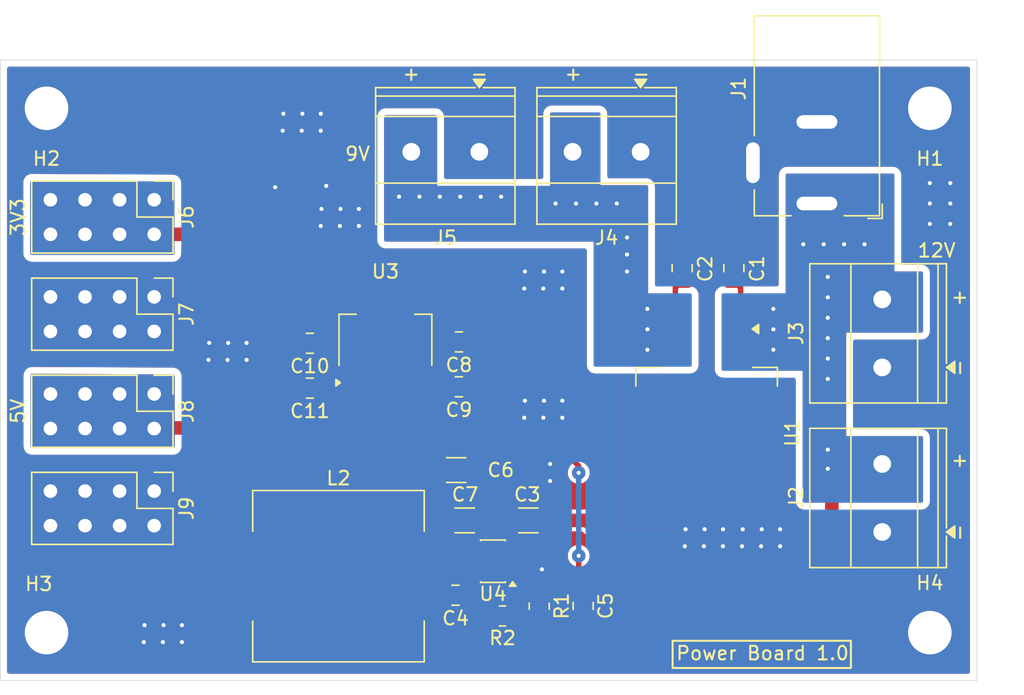
<source format=kicad_pcb>
(kicad_pcb (version 20241229) (generator "pcbnew") (generator_version "9.0")
  (title_block (title "Power_Board") (date "2025-11-24") (rev "1.0") (company "PKl"))
  (layers (0 "F.Cu" signal) (2 "B.Cu" signal) (13 "F.Paste" user) (15 "B.Paste" user) (5 "F.SilkS" user "F.Silkscreen") (7 "B.SilkS" user "B.Silkscreen") (1 "F.Mask" user) (3 "B.Mask" user) (25 "Edge.Cuts" user))
  (net 0 "")
  (net 1 "GND")
  (net 2 "12V")
  (net 3 "9V")
  (net 4 "5V")
  (net 5 "3V3")
  (net 6 "Net-(U4-BST)")
  (net 7 "Net-(U4-SW)")
  (net 8 "Net-(U4-FB)")
  (net 9 "Net-(C6-Pad2)")
  (footprint "Connector_PinHeader_2.54mm:PinHeader_2x04_P2.54mm_Vertical" (layer "F.Cu") (at 133.01 78.725 -90)
    (property "Reference" "J6" (at 1.27 -2.38 90) (layer "F.SilkS"))
    (property "Value" "3V3")
    (fp_line (start -1.38 9) (end 3.92 9) (stroke (width 0.12)) (layer "F.SilkS"))
    (fp_line (start -1.38 1.27) (end -1.38 9) (stroke (width 0.12)) (layer "F.SilkS"))
    (fp_line (start -1.38 1.27) (end 1.27 1.27) (stroke (width 0.12)) (layer "F.SilkS"))
    (fp_line (start 1.27 1.27) (end 1.27 -1.38) (stroke (width 0.12)) (layer "F.SilkS"))
    (fp_line (start -1.38 0) (end -1.38 -1.38) (stroke (width 0.12)) (layer "F.SilkS"))
    (fp_line (start -1.38 -1.38) (end 0 -1.38) (stroke (width 0.12)) (layer "F.SilkS"))
    (fp_line (start 1.27 -1.38) (end 3.92 -1.38) (stroke (width 0.12)) (layer "F.SilkS"))
    (fp_line (start 3.92 -1.38) (end 3.92 9) (stroke (width 0.12)) (layer "F.SilkS"))
    (pad "1" thru_hole rect (at 0 0 270) (size 1.7 1.7) (drill 1) (layers "*.Cu" "*.Mask") (net 5 "3V3"))
    (pad "2" thru_hole circle (at 2.54 0 270) (size 1.7 1.7) (drill 1) (layers "*.Cu" "*.Mask") (net 5 "3V3"))
    (pad "3" thru_hole circle (at 0 2.54 270) (size 1.7 1.7) (drill 1) (layers "*.Cu" "*.Mask") (net 5 "3V3"))
    (pad "4" thru_hole circle (at 2.54 2.54 270) (size 1.7 1.7) (drill 1) (layers "*.Cu" "*.Mask") (net 5 "3V3"))
    (pad "5" thru_hole circle (at 0 5.08 270) (size 1.7 1.7) (drill 1) (layers "*.Cu" "*.Mask") (net 5 "3V3"))
    (pad "6" thru_hole circle (at 2.54 5.08 270) (size 1.7 1.7) (drill 1) (layers "*.Cu" "*.Mask") (net 5 "3V3"))
    (pad "7" thru_hole circle (at 0 7.62 270) (size 1.7 1.7) (drill 1) (layers "*.Cu" "*.Mask") (net 5 "3V3"))
    (pad "8" thru_hole circle (at 2.54 7.62 270) (size 1.7 1.7) (drill 1) (layers "*.Cu" "*.Mask") (net 5 "3V3"))
  )
  (footprint "TerminalBlock_Phoenix:TerminalBlock_Phoenix_MKDS-1,5-2_1x02_P5.00mm_Horizontal" (layer "F.Cu") (at 186.5 103.15 90)
    (property "Reference" "J2" (at 2.5 -6.32 90) (layer "F.SilkS"))
    (property "Value" "12V1")
    (fp_line (start 7.62 -5.32) (end 7.62 4.72) (stroke (width 0.12)) (layer "F.SilkS"))
    (fp_line (start -2.62 -5.32) (end 7.62 -5.32) (stroke (width 0.12)) (layer "F.SilkS"))
    (fp_line (start -2.62 -2.3) (end 7.62 -2.3) (stroke (width 0.12)) (layer "F.SilkS"))
    (fp_line (start -2.62 2.6) (end 7.62 2.6) (stroke (width 0.12)) (layer "F.SilkS"))
    (fp_line (start -2.62 4.1) (end 7.62 4.1) (stroke (width 0.12)) (layer "F.SilkS"))
    (fp_line (start 7.62 4.72) (end 0.3 4.72) (stroke (width 0.12)) (layer "F.SilkS"))
    (fp_line (start -0.3 4.72) (end -2.62 4.72) (stroke (width 0.12)) (layer "F.SilkS"))
    (fp_line (start -2.62 4.72) (end -2.62 -5.32) (stroke (width 0.12)) (layer "F.SilkS"))
    (fp_poly (pts (xy 0 4.72) (xy 0.44 5.33) (xy -0.44 5.33)) (stroke (width 0.12)) (fill yes) (layer "F.SilkS"))
    (pad "1" thru_hole roundrect (at 0 0 90) (size 2.6 2.6) (drill 1.3) (layers "*.Cu" "*.Mask") (roundrect_rratio 0.096154) (net 1 "GND"))
    (pad "2" thru_hole circle (at 5 0 90) (size 2.6 2.6) (drill 1.3) (layers "*.Cu" "*.Mask") (net 2 "12V"))
  )
  (footprint "Capacitor_SMD:C_1206_3216Metric" (layer "F.Cu") (at 155.825 102.3)
    (property "Reference" "C7" (at 0.025 -1.9 0) (layer "F.SilkS"))
    (property "Value" "22uF")
    (fp_line (start -0.711252 -0.91) (end 0.711252 -0.91) (stroke (width 0.12)) (layer "F.SilkS"))
    (fp_line (start -0.711252 0.91) (end 0.711252 0.91) (stroke (width 0.12)) (layer "F.SilkS"))
    (pad "1" smd roundrect (at -1.475 0) (size 1.15 1.8) (layers "F.Cu" "F.Mask" "F.Paste") (roundrect_rratio 0.217391) (net 9 "Net-(C6-Pad2)"))
    (pad "2" smd roundrect (at 1.475 0) (size 1.15 1.8) (layers "F.Cu" "F.Mask" "F.Paste") (roundrect_rratio 0.217391) (net 1 "GND"))
  )
  (footprint "MountingHole:MountingHole_3.2mm_M3_DIN965_Pad" (layer "F.Cu") (at 125.1 72)
    (property "Reference" "H2" (at 0 3.7 0) (layer "F.SilkS"))
    (property "Value" "MountingHole_Pad" (hide yes))
    (pad "1" thru_hole circle (at 0 0) (size 5.6 5.6) (drill 3.2) (layers "*.Cu" "*.Mask") (net 1 "GND"))
  )
  (footprint "Capacitor_SMD:C_0805_2012Metric" (layer "F.Cu") (at 155.15 107.8)
    (property "Reference" "C4" (at 0 1.7 0) (layer "F.SilkS"))
    (property "Value" "100nF")
    (fp_line (start -0.261252 -0.735) (end 0.261252 -0.735) (stroke (width 0.12)) (layer "F.SilkS"))
    (fp_line (start -0.261252 0.735) (end 0.261252 0.735) (stroke (width 0.12)) (layer "F.SilkS"))
    (pad "1" smd roundrect (at -0.95 0) (size 1 1.45) (layers "F.Cu" "F.Mask" "F.Paste") (net 7 "Net-(U4-SW)"))
    (pad "2" smd roundrect (at 0.95 0) (size 1 1.45) (layers "F.Cu" "F.Mask" "F.Paste") (net 6 "Net-(U4-BST)"))
  )
  (footprint "Resistor_SMD:R_0805_2012Metric" (layer "F.Cu") (at 158.6 109.325 180)
    (property "Reference" "R2" (at 0 -1.625 0) (layer "F.SilkS"))
    (property "Value" "30kR")
    (fp_line (start -0.227064 0.735) (end 0.227064 0.735) (stroke (width 0.12)) (layer "F.SilkS"))
    (fp_line (start -0.227064 -0.735) (end 0.227064 -0.735) (stroke (width 0.12)) (layer "F.SilkS"))
    (pad "1" smd roundrect (at -0.9125 0 180) (size 1.025 1.4) (layers "F.Cu" "F.Mask" "F.Paste") (roundrect_rratio 0.243902) (net 8 "Net-(U4-FB)"))
    (pad "2" smd roundrect (at 0.9125 0 180) (size 1.025 1.4) (layers "F.Cu" "F.Mask" "F.Paste") (roundrect_rratio 0.243902) (net 1 "GND"))
  )
  (footprint "Package_TO_SOT_SMD:SOT-223-3_TabPin2" (layer "F.Cu") (at 150 89.05 90)
    (property "Reference" "U3" (at 5.05 0 0) (layer "F.SilkS"))
    (property "Value" "AMS1117-3.3")
    (fp_line (start 1.91 -3.41) (end 1.91 -2.15) (stroke (width 0.12)) (layer "F.SilkS"))
    (fp_line (start -1.85 -3.41) (end 1.91 -3.41) (stroke (width 0.12)) (layer "F.SilkS"))
    (fp_line (start 1.91 3.41) (end 1.91 2.15) (stroke (width 0.12)) (layer "F.SilkS"))
    (fp_line (start -1.85 3.41) (end 1.91 3.41) (stroke (width 0.12)) (layer "F.SilkS"))
    (fp_poly (pts (xy -3.13 -3.31) (xy -3.37 -3.64) (xy -2.89 -3.64) (xy -3.13 -3.31)) (stroke (width 0.12)) (fill yes) (layer "F.SilkS"))
    (pad "1" smd roundrect (at -3.15 -2.3 90) (size 2 1.5) (layers "F.Cu" "F.Mask" "F.Paste") (net 1 "GND"))
    (pad "2" smd roundrect (at -3.15 0 90) (size 2 1.5) (layers "F.Cu" "F.Mask" "F.Paste") (net 5 "3V3"))
    (pad "2" smd roundrect (at 3.15 0 90) (size 2 3.8) (layers "F.Cu" "F.Mask" "F.Paste") (net 5 "3V3"))
    (pad "3" smd roundrect (at -3.15 2.3 90) (size 2 1.5) (layers "F.Cu" "F.Mask" "F.Paste") (net 4 "5V"))
  )
  (footprint "Connector_PinHeader_2.54mm:PinHeader_2x04_P2.54mm_Vertical" (layer "F.Cu") (at 133.01 85.865 -90)
    (property "Reference" "J7" (at 1.27 -2.38 90) (layer "F.SilkS"))
    (property "Value" "3V_GND")
    (fp_line (start -1.38 9) (end 3.92 9) (stroke (width 0.12)) (layer "F.SilkS"))
    (fp_line (start -1.38 1.27) (end -1.38 9) (stroke (width 0.12)) (layer "F.SilkS"))
    (fp_line (start -1.38 1.27) (end 1.27 1.27) (stroke (width 0.12)) (layer "F.SilkS"))
    (fp_line (start 1.27 1.27) (end 1.27 -1.38) (stroke (width 0.12)) (layer "F.SilkS"))
    (fp_line (start -1.38 0) (end -1.38 -1.38) (stroke (width 0.12)) (layer "F.SilkS"))
    (fp_line (start -1.38 -1.38) (end 0 -1.38) (stroke (width 0.12)) (layer "F.SilkS"))
    (fp_line (start 1.27 -1.38) (end 3.92 -1.38) (stroke (width 0.12)) (layer "F.SilkS"))
    (fp_line (start 3.92 -1.38) (end 3.92 9) (stroke (width 0.12)) (layer "F.SilkS"))
    (pad "1" thru_hole rect (at 0 0 270) (size 1.7 1.7) (drill 1) (layers "*.Cu" "*.Mask") (net 1 "GND"))
    (pad "2" thru_hole circle (at 2.54 0 270) (size 1.7 1.7) (drill 1) (layers "*.Cu" "*.Mask") (net 1 "GND"))
    (pad "3" thru_hole circle (at 0 2.54 270) (size 1.7 1.7) (drill 1) (layers "*.Cu" "*.Mask") (net 1 "GND"))
    (pad "4" thru_hole circle (at 2.54 2.54 270) (size 1.7 1.7) (drill 1) (layers "*.Cu" "*.Mask") (net 1 "GND"))
    (pad "5" thru_hole circle (at 0 5.08 270) (size 1.7 1.7) (drill 1) (layers "*.Cu" "*.Mask") (net 1 "GND"))
    (pad "6" thru_hole circle (at 2.54 5.08 270) (size 1.7 1.7) (drill 1) (layers "*.Cu" "*.Mask") (net 1 "GND"))
    (pad "7" thru_hole circle (at 0 7.62 270) (size 1.7 1.7) (drill 1) (layers "*.Cu" "*.Mask") (net 1 "GND"))
    (pad "8" thru_hole circle (at 2.54 7.62 270) (size 1.7 1.7) (drill 1) (layers "*.Cu" "*.Mask") (net 1 "GND"))
  )
  (footprint "Inductor_SMD:L_12x12mm_H8mm" (layer "F.Cu") (at 146.55 106.4 180)
    (property "Reference" "L2" (at 0 7.2 0) (layer "F.SilkS"))
    (property "Value" "DE1207-10")
    (fp_line (start 6.3 6.3) (end -6.3 6.3) (stroke (width 0.12)) (layer "F.SilkS"))
    (fp_line (start 6.3 3.3) (end 6.3 6.3) (stroke (width 0.12)) (layer "F.SilkS"))
    (fp_line (start 6.3 -6.3) (end 6.3 -3.3) (stroke (width 0.12)) (layer "F.SilkS"))
    (fp_line (start -6.3 6.3) (end -6.3 3.3) (stroke (width 0.12)) (layer "F.SilkS"))
    (fp_line (start -6.3 -3.3) (end -6.3 -6.3) (stroke (width 0.12)) (layer "F.SilkS"))
    (fp_line (start -6.3 -6.3) (end 6.3 -6.3) (stroke (width 0.12)) (layer "F.SilkS"))
    (pad "1" smd rect (at -4.95 0 180) (size 2.9 5.4) (layers "F.Cu" "F.Mask" "F.Paste") (net 7 "Net-(U4-SW)"))
    (pad "2" smd rect (at 4.95 0 180) (size 2.9 5.4) (layers "F.Cu" "F.Mask" "F.Paste") (net 4 "5V"))
  )
  (footprint "Capacitor_SMD:C_0805_2012Metric" (layer "F.Cu") (at 155.4 92.475)
    (property "Reference" "C9" (at 0 1.7 0) (layer "F.SilkS"))
    (property "Value" "100nF")
    (fp_line (start -0.261252 -0.735) (end 0.261252 -0.735) (stroke (width 0.12)) (layer "F.SilkS"))
    (fp_line (start -0.261252 0.735) (end 0.261252 0.735) (stroke (width 0.12)) (layer "F.SilkS"))
    (pad "1" smd roundrect (at -0.95 0) (size 1 1.45) (layers "F.Cu" "F.Mask" "F.Paste") (net 4 "5V"))
    (pad "2" smd roundrect (at 0.95 0) (size 1 1.45) (layers "F.Cu" "F.Mask" "F.Paste") (net 1 "GND"))
  )
  (footprint "Resistor_SMD:R_0805_2012Metric" (layer "F.Cu") (at 161.3 108.6 -90)
    (property "Reference" "R1" (at 0 -1.65 90) (layer "F.SilkS"))
    (property "Value" "157kR")
    (fp_line (start -0.227064 0.735) (end 0.227064 0.735) (stroke (width 0.12)) (layer "F.SilkS"))
    (fp_line (start -0.227064 -0.735) (end 0.227064 -0.735) (stroke (width 0.12)) (layer "F.SilkS"))
    (pad "1" smd roundrect (at -0.9125 0 270) (size 1.025 1.4) (layers "F.Cu" "F.Mask" "F.Paste") (roundrect_rratio 0.243902) (net 4 "5V"))
    (pad "2" smd roundrect (at 0.9125 0 270) (size 1.025 1.4) (layers "F.Cu" "F.Mask" "F.Paste") (roundrect_rratio 0.243902) (net 8 "Net-(U4-FB)"))
  )
  (footprint "Connector_PinHeader_2.54mm:PinHeader_2x04_P2.54mm_Vertical" (layer "F.Cu") (at 133.01 100.145 -90)
    (property "Reference" "J9" (at 1.27 -2.38 90) (layer "F.SilkS"))
    (property "Value" "5V_GND")
    (fp_line (start -1.38 9) (end 3.92 9) (stroke (width 0.12)) (layer "F.SilkS"))
    (fp_line (start -1.38 1.27) (end -1.38 9) (stroke (width 0.12)) (layer "F.SilkS"))
    (fp_line (start -1.38 1.27) (end 1.27 1.27) (stroke (width 0.12)) (layer "F.SilkS"))
    (fp_line (start 1.27 1.27) (end 1.27 -1.38) (stroke (width 0.12)) (layer "F.SilkS"))
    (fp_line (start -1.38 0) (end -1.38 -1.38) (stroke (width 0.12)) (layer "F.SilkS"))
    (fp_line (start -1.38 -1.38) (end 0 -1.38) (stroke (width 0.12)) (layer "F.SilkS"))
    (fp_line (start 1.27 -1.38) (end 3.92 -1.38) (stroke (width 0.12)) (layer "F.SilkS"))
    (fp_line (start 3.92 -1.38) (end 3.92 9) (stroke (width 0.12)) (layer "F.SilkS"))
    (pad "1" thru_hole rect (at 0 0 270) (size 1.7 1.7) (drill 1) (layers "*.Cu" "*.Mask") (net 1 "GND"))
    (pad "2" thru_hole circle (at 2.54 0 270) (size 1.7 1.7) (drill 1) (layers "*.Cu" "*.Mask") (net 1 "GND"))
    (pad "3" thru_hole circle (at 0 2.54 270) (size 1.7 1.7) (drill 1) (layers "*.Cu" "*.Mask") (net 1 "GND"))
    (pad "4" thru_hole circle (at 2.54 2.54 270) (size 1.7 1.7) (drill 1) (layers "*.Cu" "*.Mask") (net 1 "GND"))
    (pad "5" thru_hole circle (at 0 5.08 270) (size 1.7 1.7) (drill 1) (layers "*.Cu" "*.Mask") (net 1 "GND"))
    (pad "6" thru_hole circle (at 2.54 5.08 270) (size 1.7 1.7) (drill 1) (layers "*.Cu" "*.Mask") (net 1 "GND"))
    (pad "7" thru_hole circle (at 0 7.62 270) (size 1.7 1.7) (drill 1) (layers "*.Cu" "*.Mask") (net 1 "GND"))
    (pad "8" thru_hole circle (at 2.54 7.62 270) (size 1.7 1.7) (drill 1) (layers "*.Cu" "*.Mask") (net 1 "GND"))
  )
  (footprint "Package_TO_SOT_SMD:TO-263-2" (layer "F.Cu") (at 173.6 95.875 -90)
    (property "Reference" "U1" (at 0 -6.3 90) (layer "F.SilkS"))
    (property "Value" "L7809")
    (fp_line (start -4.825 5.2) (end -4.825 3.39) (stroke (width 0.12)) (layer "F.SilkS"))
    (fp_line (start -3.46 5.2) (end -4.825 5.2) (stroke (width 0.12)) (layer "F.SilkS"))
    (fp_line (start -4.825 -5.2) (end -4.825 -3.39) (stroke (width 0.12)) (layer "F.SilkS"))
    (fp_line (start -3.46 -5.2) (end -4.825 -5.2) (stroke (width 0.12)) (layer "F.SilkS"))
    (fp_poly (pts (xy -7.65 -3.35) (xy -7.99 -3.82) (xy -7.31 -3.82)) (stroke (width 0.12)) (fill yes) (layer "F.SilkS"))
    (pad "1" smd roundrect (at -7.65 -2.54 270) (size 4.6 1.1) (layers "F.Cu" "F.Mask" "F.Paste") (roundrect_rratio 0.227273) (net 2 "12V"))
    (pad "2" smd roundrect (at 1.5 0 270) (size 9.4 10.8) (layers "F.Cu" "F.Mask") (roundrect_rratio 0.026596) (net 1 "GND"))
    (pad "3" smd roundrect (at -7.65 2.54 270) (size 4.6 1.1) (layers "F.Cu" "F.Mask" "F.Paste") (roundrect_rratio 0.227273) (net 3 "9V"))
  )
  (footprint "Capacitor_SMD:C_0805_2012Metric" (layer "F.Cu") (at 164.525 108.5875 -90)
    (property "Reference" "C5" (at 0 -1.65 90) (layer "F.SilkS"))
    (property "Value" "100pF")
    (fp_line (start -0.261252 0.735) (end 0.261252 0.735) (stroke (width 0.12)) (layer "F.SilkS"))
    (fp_line (start -0.261252 -0.735) (end 0.261252 -0.735) (stroke (width 0.12)) (layer "F.SilkS"))
    (pad "1" smd roundrect (at -0.95 0 270) (size 1 1.45) (layers "F.Cu" "F.Mask" "F.Paste") (net 4 "5V"))
    (pad "2" smd roundrect (at 0.95 0 270) (size 1 1.45) (layers "F.Cu" "F.Mask" "F.Paste") (net 8 "Net-(U4-FB)"))
  )
  (footprint "Capacitor_SMD:C_0805_2012Metric" (layer "F.Cu") (at 144.45 92.575 180)
    (property "Reference" "C11" (at 0 -1.68 0) (layer "F.SilkS"))
    (property "Value" "100nF")
    (fp_line (start -0.261252 0.735) (end 0.261252 0.735) (stroke (width 0.12)) (layer "F.SilkS"))
    (fp_line (start -0.261252 -0.735) (end 0.261252 -0.735) (stroke (width 0.12)) (layer "F.SilkS"))
    (pad "1" smd roundrect (at -0.95 0 180) (size 1 1.45) (layers "F.Cu" "F.Mask" "F.Paste") (net 5 "3V3"))
    (pad "2" smd roundrect (at 0.95 0 180) (size 1 1.45) (layers "F.Cu" "F.Mask" "F.Paste") (net 1 "GND"))
  )
  (footprint "TerminalBlock_Phoenix:TerminalBlock_Phoenix_MKDS-1,5-2_1x02_P5.00mm_Horizontal" (layer "F.Cu") (at 156.9 75.2 180)
    (property "Reference" "J5" (at 2.5 -6.32 0) (layer "F.SilkS"))
    (property "Value" "9V2")
    (fp_line (start 7.62 4.72) (end 0.3 4.72) (stroke (width 0.12)) (layer "F.SilkS"))
    (fp_line (start 7.62 -5.32) (end 7.62 4.72) (stroke (width 0.12)) (layer "F.SilkS"))
    (fp_line (start -0.3 4.72) (end -2.62 4.72) (stroke (width 0.12)) (layer "F.SilkS"))
    (fp_line (start -2.62 4.72) (end -2.62 -5.32) (stroke (width 0.12)) (layer "F.SilkS"))
    (fp_line (start -2.62 4.1) (end 7.62 4.1) (stroke (width 0.12)) (layer "F.SilkS"))
    (fp_line (start -2.62 2.6) (end 7.62 2.6) (stroke (width 0.12)) (layer "F.SilkS"))
    (fp_line (start -2.62 -2.3) (end 7.62 -2.3) (stroke (width 0.12)) (layer "F.SilkS"))
    (fp_line (start -2.62 -5.32) (end 7.62 -5.32) (stroke (width 0.12)) (layer "F.SilkS"))
    (fp_poly (pts (xy 0 4.72) (xy 0.44 5.33) (xy -0.44 5.33)) (stroke (width 0.12)) (fill yes) (layer "F.SilkS"))
    (pad "1" thru_hole roundrect (at 0 0 180) (size 2.6 2.6) (drill 1.3) (layers "*.Cu" "*.Mask") (roundrect_rratio 0.096154) (net 1 "GND"))
    (pad "2" thru_hole circle (at 5 0 180) (size 2.6 2.6) (drill 1.3) (layers "*.Cu" "*.Mask") (net 3 "9V"))
  )
  (footprint "TerminalBlock_Phoenix:TerminalBlock_Phoenix_MKDS-1,5-2_1x02_P5.00mm_Horizontal" (layer "F.Cu") (at 168.75 75.2 180)
    (property "Reference" "J4" (at 2.5 -6.32 0) (layer "F.SilkS"))
    (property "Value" "9V1")
    (fp_line (start 7.62 4.72) (end 0.3 4.72) (stroke (width 0.12)) (layer "F.SilkS"))
    (fp_line (start 7.62 -5.32) (end 7.62 4.72) (stroke (width 0.12)) (layer "F.SilkS"))
    (fp_line (start -0.3 4.72) (end -2.62 4.72) (stroke (width 0.12)) (layer "F.SilkS"))
    (fp_line (start -2.62 4.72) (end -2.62 -5.32) (stroke (width 0.12)) (layer "F.SilkS"))
    (fp_line (start -2.62 4.1) (end 7.62 4.1) (stroke (width 0.12)) (layer "F.SilkS"))
    (fp_line (start -2.62 2.6) (end 7.62 2.6) (stroke (width 0.12)) (layer "F.SilkS"))
    (fp_line (start -2.62 -2.3) (end 7.62 -2.3) (stroke (width 0.12)) (layer "F.SilkS"))
    (fp_line (start -2.62 -5.32) (end 7.62 -5.32) (stroke (width 0.12)) (layer "F.SilkS"))
    (fp_poly (pts (xy 0 4.72) (xy 0.44 5.33) (xy -0.44 5.33)) (stroke (width 0.12)) (fill yes) (layer "F.SilkS"))
    (pad "1" thru_hole roundrect (at 0 0 180) (size 2.6 2.6) (drill 1.3) (layers "*.Cu" "*.Mask") (roundrect_rratio 0.096154) (net 1 "GND"))
    (pad "2" thru_hole circle (at 5 0 180) (size 2.6 2.6) (drill 1.3) (layers "*.Cu" "*.Mask") (net 3 "9V"))
  )
  (footprint "Capacitor_SMD:C_1206_3216Metric" (layer "F.Cu") (at 155.2 98.6)
    (property "Reference" "C6" (at 3.275 0 0) (layer "F.SilkS"))
    (property "Value" "22uF")
    (fp_line (start -0.711252 -0.91) (end 0.711252 -0.91) (stroke (width 0.12)) (layer "F.SilkS"))
    (fp_line (start -0.711252 0.91) (end 0.711252 0.91) (stroke (width 0.12)) (layer "F.SilkS"))
    (pad "1" smd roundrect (at -1.475 0) (size 1.15 1.8) (layers "F.Cu" "F.Mask" "F.Paste") (roundrect_rratio 0.217391) (net 4 "5V"))
    (pad "2" smd roundrect (at 1.475 0) (size 1.15 1.8) (layers "F.Cu" "F.Mask" "F.Paste") (roundrect_rratio 0.217391) (net 9 "Net-(C6-Pad2)"))
  )
  (footprint "Capacitor_SMD:C_0805_2012Metric" (layer "F.Cu") (at 144.45 89.275 180)
    (property "Reference" "C10" (at 0 -1.68 0) (layer "F.SilkS"))
    (property "Value" "10uF")
    (fp_line (start -0.261252 0.735) (end 0.261252 0.735) (stroke (width 0.12)) (layer "F.SilkS"))
    (fp_line (start -0.261252 -0.735) (end 0.261252 -0.735) (stroke (width 0.12)) (layer "F.SilkS"))
    (pad "1" smd roundrect (at -0.95 0 180) (size 1 1.45) (layers "F.Cu" "F.Mask" "F.Paste") (net 5 "3V3"))
    (pad "2" smd roundrect (at 0.95 0 180) (size 1 1.45) (layers "F.Cu" "F.Mask" "F.Paste") (net 1 "GND"))
  )
  (footprint "MountingHole:MountingHole_3.2mm_M3_DIN965_Pad" (layer "F.Cu") (at 125.1 110.55)
    (property "Reference" "H3" (at -0.57 -3.575 0) (layer "F.SilkS"))
    (property "Value" "MountingHole_Pad")
    (pad "1" thru_hole circle (at 0 0) (size 5.6 5.6) (drill 3.2) (layers "*.Cu" "*.Mask") (net 1 "GND"))
  )
  (footprint "Capacitor_SMD:C_1206_3216Metric" (layer "F.Cu") (at 160.5 102.3 180)
    (property "Reference" "C3" (at 0.075 1.9 0) (layer "F.SilkS"))
    (property "Value" "10uF")
    (fp_line (start -0.711252 0.91) (end 0.711252 0.91) (stroke (width 0.12)) (layer "F.SilkS"))
    (fp_line (start -0.711252 -0.91) (end 0.711252 -0.91) (stroke (width 0.12)) (layer "F.SilkS"))
    (pad "1" smd roundrect (at -1.475 0 180) (size 1.15 1.8) (layers "F.Cu" "F.Mask" "F.Paste") (roundrect_rratio 0.217391) (net 2 "12V"))
    (pad "2" smd roundrect (at 1.475 0 180) (size 1.15 1.8) (layers "F.Cu" "F.Mask" "F.Paste") (roundrect_rratio 0.217391) (net 1 "GND"))
  )
  (footprint "TerminalBlock_Phoenix:TerminalBlock_Phoenix_MKDS-1,5-2_1x02_P5.00mm_Horizontal" (layer "F.Cu") (at 186.5 91.05 90)
    (property "Reference" "J3" (at 2.5 -6.32 90) (layer "F.SilkS"))
    (property "Value" "12V2")
    (fp_line (start 7.62 -5.32) (end 7.62 4.72) (stroke (width 0.12)) (layer "F.SilkS"))
    (fp_line (start -2.62 -5.32) (end 7.62 -5.32) (stroke (width 0.12)) (layer "F.SilkS"))
    (fp_line (start -2.62 -2.3) (end 7.62 -2.3) (stroke (width 0.12)) (layer "F.SilkS"))
    (fp_line (start -2.62 2.6) (end 7.62 2.6) (stroke (width 0.12)) (layer "F.SilkS"))
    (fp_line (start -2.62 4.1) (end 7.62 4.1) (stroke (width 0.12)) (layer "F.SilkS"))
    (fp_line (start 7.62 4.72) (end 0.3 4.72) (stroke (width 0.12)) (layer "F.SilkS"))
    (fp_line (start -0.3 4.72) (end -2.62 4.72) (stroke (width 0.12)) (layer "F.SilkS"))
    (fp_line (start -2.62 4.72) (end -2.62 -5.32) (stroke (width 0.12)) (layer "F.SilkS"))
    (fp_poly (pts (xy 0 4.72) (xy 0.44 5.33) (xy -0.44 5.33)) (stroke (width 0.12)) (fill yes) (layer "F.SilkS"))
    (pad "1" thru_hole roundrect (at 0 0 90) (size 2.6 2.6) (drill 1.3) (layers "*.Cu" "*.Mask") (roundrect_rratio 0.096154) (net 1 "GND"))
    (pad "2" thru_hole circle (at 5 0 90) (size 2.6 2.6) (drill 1.3) (layers "*.Cu" "*.Mask") (net 2 "12V"))
  )
  (footprint "Capacitor_SMD:C_0805_2012Metric" (layer "F.Cu") (at 171.8 83.75 90)
    (property "Reference" "C2" (at -0.05 1.7 90) (layer "F.SilkS"))
    (property "Value" "100nF")
    (fp_line (start -0.261252 -0.735) (end 0.261252 -0.735) (stroke (width 0.12)) (layer "F.SilkS"))
    (fp_line (start -0.261252 0.735) (end 0.261252 0.735) (stroke (width 0.12)) (layer "F.SilkS"))
    (pad "1" smd roundrect (at -0.95 0 90) (size 1 1.45) (layers "F.Cu" "F.Mask" "F.Paste") (net 3 "9V"))
    (pad "2" smd roundrect (at 0.95 0 90) (size 1 1.45) (layers "F.Cu" "F.Mask" "F.Paste") (net 1 "GND"))
  )
  (footprint "Connector_PinHeader_2.54mm:PinHeader_2x04_P2.54mm_Vertical" (layer "F.Cu") (at 133.01 93.005 -90)
    (property "Reference" "J8" (at 1.27 -2.38 90) (layer "F.SilkS"))
    (property "Value" "5V")
    (fp_line (start -1.38 9) (end 3.92 9) (stroke (width 0.12)) (layer "F.SilkS"))
    (fp_line (start -1.38 1.27) (end -1.38 9) (stroke (width 0.12)) (layer "F.SilkS"))
    (fp_line (start -1.38 1.27) (end 1.27 1.27) (stroke (width 0.12)) (layer "F.SilkS"))
    (fp_line (start 1.27 1.27) (end 1.27 -1.38) (stroke (width 0.12)) (layer "F.SilkS"))
    (fp_line (start -1.38 0) (end -1.38 -1.38) (stroke (width 0.12)) (layer "F.SilkS"))
    (fp_line (start -1.38 -1.38) (end 0 -1.38) (stroke (width 0.12)) (layer "F.SilkS"))
    (fp_line (start 1.27 -1.38) (end 3.92 -1.38) (stroke (width 0.12)) (layer "F.SilkS"))
    (fp_line (start 3.92 -1.38) (end 3.92 9) (stroke (width 0.12)) (layer "F.SilkS"))
    (pad "1" thru_hole rect (at 0 0 270) (size 1.7 1.7) (drill 1) (layers "*.Cu" "*.Mask") (net 4 "5V"))
    (pad "2" thru_hole circle (at 2.54 0 270) (size 1.7 1.7) (drill 1) (layers "*.Cu" "*.Mask") (net 4 "5V"))
    (pad "3" thru_hole circle (at 0 2.54 270) (size 1.7 1.7) (drill 1) (layers "*.Cu" "*.Mask") (net 4 "5V"))
    (pad "4" thru_hole circle (at 2.54 2.54 270) (size 1.7 1.7) (drill 1) (layers "*.Cu" "*.Mask") (net 4 "5V"))
    (pad "5" thru_hole circle (at 0 5.08 270) (size 1.7 1.7) (drill 1) (layers "*.Cu" "*.Mask") (net 4 "5V"))
    (pad "6" thru_hole circle (at 2.54 5.08 270) (size 1.7 1.7) (drill 1) (layers "*.Cu" "*.Mask") (net 4 "5V"))
    (pad "7" thru_hole circle (at 0 7.62 270) (size 1.7 1.7) (drill 1) (layers "*.Cu" "*.Mask") (net 4 "5V"))
    (pad "8" thru_hole circle (at 2.54 7.62 270) (size 1.7 1.7) (drill 1) (layers "*.Cu" "*.Mask") (net 4 "5V"))
  )
  (footprint "Package_TO_SOT_SMD:TSOT-23-6" (layer "F.Cu") (at 157.9 105.3 180)
    (property "Reference" "U4" (at 0 -2.4 0) (layer "F.SilkS"))
    (property "Value" "AP63200WU")
    (fp_line (start 0.91 1.56) (end -0.91 1.56) (stroke (width 0.12)) (layer "F.SilkS"))
    (fp_line (start 0.91 1.51) (end 0.91 1.56) (stroke (width 0.12)) (layer "F.SilkS"))
    (fp_line (start 0.91 -1.56) (end 0.91 -1.51) (stroke (width 0.12)) (layer "F.SilkS"))
    (fp_line (start -0.91 1.56) (end -0.91 1.51) (stroke (width 0.12)) (layer "F.SilkS"))
    (fp_line (start -0.91 -1.51) (end -0.91 -1.56) (stroke (width 0.12)) (layer "F.SilkS"))
    (fp_line (start -0.91 -1.56) (end 0.91 -1.56) (stroke (width 0.12)) (layer "F.SilkS"))
    (fp_poly (pts (xy -1.45 -1.51) (xy -1.69 -1.84) (xy -1.21 -1.84)) (stroke (width 0.12)) (fill yes) (layer "F.SilkS"))
    (pad "1" smd roundrect (at -1.1375 -0.95 180) (size 1.325 0.6) (layers "F.Cu" "F.Mask" "F.Paste") (net 8 "Net-(U4-FB)"))
    (pad "2" smd roundrect (at -1.1375 0 180) (size 1.325 0.6) (layers "F.Cu" "F.Mask" "F.Paste") (net 2 "12V"))
    (pad "3" smd roundrect (at -1.1375 0.95 180) (size 1.325 0.6) (layers "F.Cu" "F.Mask" "F.Paste") (net 2 "12V"))
    (pad "4" smd roundrect (at 1.1375 0.95 180) (size 1.325 0.6) (layers "F.Cu" "F.Mask" "F.Paste") (net 1 "GND"))
    (pad "5" smd roundrect (at 1.1375 0 180) (size 1.325 0.6) (layers "F.Cu" "F.Mask" "F.Paste") (net 7 "Net-(U4-SW)"))
    (pad "6" smd roundrect (at 1.1375 -0.95 180) (size 1.325 0.6) (layers "F.Cu" "F.Mask" "F.Paste") (net 6 "Net-(U4-BST)"))
  )
  (footprint "Connector_BarrelJack:BarrelJack_Horizontal" (layer "F.Cu") (at 181.7 79 -90)
    (property "Reference" "J1" (at -8.45 5.75 90) (layer "F.SilkS"))
    (property "Value" "IN")
    (fp_line (start -13.8 4.6) (end -13.8 -4.6) (stroke (width 0.12)) (layer "F.SilkS"))
    (fp_line (start -5 4.6) (end -13.8 4.6) (stroke (width 0.12)) (layer "F.SilkS"))
    (fp_line (start 0.9 4.6) (end -1 4.6) (stroke (width 0.12)) (layer "F.SilkS"))
    (fp_line (start 0.9 1.9) (end 0.9 4.6) (stroke (width 0.12)) (layer "F.SilkS"))
    (fp_line (start 1.1 -3.75) (end 1.1 -4.8) (stroke (width 0.12)) (layer "F.SilkS"))
    (fp_line (start -13.8 -4.6) (end 0.9 -4.6) (stroke (width 0.12)) (layer "F.SilkS"))
    (fp_line (start 0.9 -4.6) (end 0.9 -2) (stroke (width 0.12)) (layer "F.SilkS"))
    (fp_line (start 0.05 -4.8) (end 1.1 -4.8) (stroke (width 0.12)) (layer "F.SilkS"))
    (pad "1" thru_hole rect (at 0 0 270) (size 3.5 3.5) (drill oval 1 3) (layers "*.Cu" "*.Mask") (net 2 "12V"))
    (pad "2" thru_hole roundrect (at -6 0 270) (size 3 3.5) (drill oval 1 3) (layers "*.Cu" "*.Mask") (net 1 "GND"))
    (pad "3" thru_hole roundrect (at -3 4.7 270) (size 3.5 3.5) (drill oval 3 1) (layers "*.Cu" "*.Mask") (net 1 "GND"))
  )
  (footprint "MountingHole:MountingHole_3.2mm_M3_DIN965_Pad" (layer "F.Cu") (at 190 110.55)
    (property "Reference" "H4" (at 0 -3.65 0) (layer "F.SilkS"))
    (property "Value" "MountingHole_Pad")
    (pad "1" thru_hole circle (at 0 0) (size 5.6 5.6) (drill 3.2) (layers "*.Cu" "*.Mask") (net 1 "GND"))
  )
  (footprint "Capacitor_SMD:C_0805_2012Metric" (layer "F.Cu") (at 155.4 89.175)
    (property "Reference" "C8" (at 0 1.7 0) (layer "F.SilkS"))
    (property "Value" "10uF")
    (fp_line (start -0.261252 -0.735) (end 0.261252 -0.735) (stroke (width 0.12)) (layer "F.SilkS"))
    (fp_line (start -0.261252 0.735) (end 0.261252 0.735) (stroke (width 0.12)) (layer "F.SilkS"))
    (pad "1" smd roundrect (at -0.95 0) (size 1 1.45) (layers "F.Cu" "F.Mask" "F.Paste") (net 4 "5V"))
    (pad "2" smd roundrect (at 0.95 0) (size 1 1.45) (layers "F.Cu" "F.Mask" "F.Paste") (net 1 "GND"))
  )
  (footprint "Capacitor_SMD:C_0805_2012Metric" (layer "F.Cu") (at 175.6 83.75 90)
    (property "Reference" "C1" (at -0.05 1.7 90) (layer "F.SilkS"))
    (property "Value" "330nF")
    (fp_line (start -0.261252 -0.735) (end 0.261252 -0.735) (stroke (width 0.12)) (layer "F.SilkS"))
    (fp_line (start -0.261252 0.735) (end 0.261252 0.735) (stroke (width 0.12)) (layer "F.SilkS"))
    (pad "1" smd roundrect (at -0.95 0 90) (size 1 1.45) (layers "F.Cu" "F.Mask" "F.Paste") (net 2 "12V"))
    (pad "2" smd roundrect (at 0.95 0 90) (size 1 1.45) (layers "F.Cu" "F.Mask" "F.Paste") (net 1 "GND"))
  )
  (footprint "MountingHole:MountingHole_3.2mm_M3_DIN965_Pad" (layer "F.Cu") (at 190 72)
    (property "Reference" "H1" (at 0 3.7 0) (layer "F.SilkS"))
    (property "Value" "MountingHole_Pad" (hide yes))
    (pad "1" thru_hole circle (at 0 0) (size 5.6 5.6) (drill 3.2) (layers "*.Cu" "*.Mask") (net 1 "GND"))
  )
  (gr_rect (start 171.1 111.15) (end 184.2 113.15) (stroke (width 0.15)) (fill no) (layer "F.SilkS"))
  (gr_rect (start 121.707152 68.44) (end 193.45 114.075) (stroke (width 0.05)) (fill no) (layer "Edge.Cuts"))
  (gr_text "3V3" (at 123 80 90) (layer "F.SilkS") (effects (font (size 1 1))))
  (gr_text "-" (at 192.3 91.1 270) (layer "F.SilkS") (effects (font (size 1 1))))
  (gr_text "-" (at 168.8 69.6 180) (layer "F.SilkS") (effects (font (size 1 1))))
  (gr_text "+" (at 151.9 69.6 180) (layer "F.SilkS") (effects (font (size 1 1))))
  (gr_text "Power Board 1.0" (at 171.275 112.65 0) (layer "F.SilkS") (effects (font (size 1 1)) (justify left bottom)))
  (gr_text "12V" (at 190.5 82.45 0) (layer "F.SilkS") (effects (font (size 1 1))))
  (gr_text "9V" (at 147.95 75.35 0) (layer "F.SilkS") (effects (font (size 1 1))))
  (gr_text "5V" (at 123.003805 94.270872 90) (layer "F.SilkS") (effects (font (size 1 1))))
  (gr_text "+" (at 192.2 98 180) (layer "F.SilkS") (effects (font (size 1 1))))
  (gr_text "-" (at 192.3 103.2 270) (layer "F.SilkS") (effects (font (size 1 1))))
  (gr_text "-" (at 156.9 69.6 180) (layer "F.SilkS") (effects (font (size 1 1))))
  (gr_text "+" (at 163.8 69.6 180) (layer "F.SilkS") (effects (font (size 1 1))))
  (gr_text "+" (at 192.2 86 180) (layer "F.SilkS") (effects (font (size 1 1))))
  (via (at 160.25 93.5) (size 1) (drill 0.3) (layers "F.Cu" "B.Cu") (net 1))
  (via (at 148.05 80.65) (size 1) (drill 0.3) (layers "F.Cu" "B.Cu") (net 1))
  (via (at 162.1 99.4) (size 1) (drill 0.3) (layers "F.Cu" "B.Cu") (net 1))
  (via (at 163 93.5) (size 1) (drill 0.3) (layers "F.Cu" "B.Cu") (net 1))
  (via (at 191.5 77.5) (size 1) (drill 0.3) (layers "F.Cu" "B.Cu") (net 1))
  (via (at 190 79) (size 1) (drill 0.3) (layers "F.Cu" "B.Cu") (net 1))
  (via (at 176.2 104.2) (size 1) (drill 0.3) (layers "F.Cu" "B.Cu") (net 1))
  (via (at 160.2 94.75) (size 1) (drill 0.3) (layers "F.Cu" "B.Cu") (net 1))
  (via (at 163 84) (size 1) (drill 0.3) (layers "F.Cu" "B.Cu") (net 1))
  (via (at 179 104.2) (size 1) (drill 0.3) (layers "F.Cu" "B.Cu") (net 1))
  (via (at 160.25 84) (size 1) (drill 0.3) (layers "F.Cu" "B.Cu") (net 1))
  (via (at 172.05 102.95) (size 1) (drill 0.3) (layers "F.Cu" "B.Cu") (net 1))
  (via (at 190 80.5) (size 1) (drill 0.3) (layers "F.Cu" "B.Cu") (net 1))
  (via (at 139.8 89.25) (size 1) (drill 0.3) (layers "F.Cu" "B.Cu") (net 1))
  (via (at 174.8 104.2) (size 1) (drill 0.3) (layers "F.Cu" "B.Cu") (net 1))
  (via (at 139.8 90.5) (size 1) (drill 0.3) (layers "F.Cu" "B.Cu") (net 1))
  (via (at 145.25 73.65) (size 1) (drill 0.3) (layers "F.Cu" "B.Cu") (net 1))
  (via (at 145.25 72.4) (size 1) (drill 0.3) (layers "F.Cu" "B.Cu") (net 1))
  (via (at 132.25 111.25) (size 1) (drill 0.3) (layers "F.Cu" "B.Cu") (net 1))
  (via (at 133.65 111.25) (size 1) (drill 0.3) (layers "F.Cu" "B.Cu") (net 1))
  (via (at 135.05 111.25) (size 1) (drill 0.3) (layers "F.Cu" "B.Cu") (net 1))
  (via (at 142.5 72.4) (size 1) (drill 0.3) (layers "F.Cu" "B.Cu") (net 1))
  (via (at 160.2 85.25) (size 1) (drill 0.3) (layers "F.Cu" "B.Cu") (net 1))
  (via (at 163 85.25) (size 1) (drill 0.3) (layers "F.Cu" "B.Cu") (net 1))
  (via (at 162.1 98.15) (size 1) (drill 0.3) (layers "F.Cu" "B.Cu") (net 1))
  (via (at 172 104.2) (size 1) (drill 0.3) (layers "F.Cu" "B.Cu") (net 1))
  (via (at 173.45 102.95) (size 1) (drill 0.3) (layers "F.Cu" "B.Cu") (net 1))
  (via (at 173.4 104.2) (size 1) (drill 0.3) (layers "F.Cu" "B.Cu") (net 1))
  (via (at 146.7 79.4) (size 1) (drill 0.3) (layers "F.Cu" "B.Cu") (net 1))
  (via (at 148.05 79.4) (size 1) (drill 0.3) (layers "F.Cu" "B.Cu") (net 1))
  (via (at 137 90.5) (size 1) (drill 0.3) (layers "F.Cu" "B.Cu") (net 1))
  (via (at 145.3 79.4) (size 1) (drill 0.3) (layers "F.Cu" "B.Cu") (net 1))
  (via (at 137.05 89.25) (size 1) (drill 0.3) (layers "F.Cu" "B.Cu") (net 1))
  (via (at 161.5 105.9) (size 1) (drill 0.3) (layers "F.Cu" "B.Cu") (net 1))
  (via (at 163 94.75) (size 1) (drill 0.3) (layers "F.Cu" "B.Cu") (net 1))
  (via (at 141.9 77.8) (size 1) (drill 0.3) (layers "F.Cu" "B.Cu") (net 1))
  (via (at 145.25 80.65) (size 1) (drill 0.3) (layers "F.Cu" "B.Cu") (net 1))
  (via (at 142.45 73.65) (size 1) (drill 0.3) (layers "F.Cu" "B.Cu") (net 1))
  (via (at 191.5 80.5) (size 1) (drill 0.3) (layers "F.Cu" "B.Cu") (net 1))
  (via (at 161.65 93.5) (size 1) (drill 0.3) (layers "F.Cu" "B.Cu") (net 1))
  (via (at 138.45 89.25) (size 1) (drill 0.3) (layers "F.Cu" "B.Cu") (net 1))
  (via (at 191.5 79) (size 1) (drill 0.3) (layers "F.Cu" "B.Cu") (net 1))
  (via (at 133.7 110) (size 1) (drill 0.3) (layers "F.Cu" "B.Cu") (net 1))
  (via (at 176.25 102.95) (size 1) (drill 0.3) (layers "F.Cu" "B.Cu") (net 1))
  (via (at 161.6 85.25) (size 1) (drill 0.3) (layers "F.Cu" "B.Cu") (net 1))
  (via (at 177.65 102.95) (size 1) (drill 0.3) (layers "F.Cu" "B.Cu") (net 1))
  (via (at 161.65 84) (size 1) (drill 0.3) (layers "F.Cu" "B.Cu") (net 1))
  (via (at 145.65 77.7) (size 1) (drill 0.3) (layers "F.Cu" "B.Cu") (net 1))
  (via (at 138.4 90.5) (size 1) (drill 0.3) (layers "F.Cu" "B.Cu") (net 1))
  (via (at 190 77.5) (size 1) (drill 0.3) (layers "F.Cu" "B.Cu") (net 1))
  (via (at 177.6 104.2) (size 1) (drill 0.3) (layers "F.Cu" "B.Cu") (net 1))
  (via (at 135.05 110) (size 1) (drill 0.3) (layers "F.Cu" "B.Cu") (net 1))
  (via (at 146.65 80.65) (size 1) (drill 0.3) (layers "F.Cu" "B.Cu") (net 1))
  (via (at 179 102.95) (size 1) (drill 0.3) (layers "F.Cu" "B.Cu") (net 1))
  (via (at 132.3 110) (size 1) (drill 0.3) (layers "F.Cu" "B.Cu") (net 1))
  (via (at 161.6 94.75) (size 1) (drill 0.3) (layers "F.Cu" "B.Cu") (net 1))
  (via (at 143.9 72.4) (size 1) (drill 0.3) (layers "F.Cu" "B.Cu") (net 1))
  (via (at 143.85 73.65) (size 1) (drill 0.3) (layers "F.Cu" "B.Cu") (net 1))
  (via (at 174.8 102.95) (size 1) (drill 0.3) (layers "F.Cu" "B.Cu") (net 1))
  (segment (start 185.15 98.15) (end 182.8 100.5) (width 1) (layer "F.Cu") (net 2))
  (segment (start 175.6 84.7) (end 176.1 85.2) (width 0.4) (layer "F.Cu") (net 2))
  (segment (start 186.5 98.15) (end 185.15 98.15) (width 1) (layer "F.Cu") (net 2))
  (segment (start 168.85 106.35) (end 164.8 102.3) (width 1) (layer "F.Cu") (net 2))
  (segment (start 176.1 88.185) (end 176.14 88.225) (width 0.4) (layer "F.Cu") (net 2))
  (segment (start 159.0375 105.3) (end 159.0375 104.35) (width 0.4) (layer "F.Cu") (net 2))
  (segment (start 164.8 102.3) (end 161.975 102.3) (width 1) (layer "F.Cu") (net 2))
  (segment (start 181.75 106.35) (end 168.85 106.35) (width 1) (layer "F.Cu") (net 2))
  (segment (start 176.1 85.2) (end 176.1 88.185) (width 0.4) (layer "F.Cu") (net 2))
  (segment (start 182.8 100.5) (end 182.8 105.3) (width 1) (layer "F.Cu") (net 2))
  (segment (start 182.8 105.3) (end 181.75 106.35) (width 1) (layer "F.Cu") (net 2))
  (via (at 178.5 88.25) (size 1) (drill 0.3) (layers "F.Cu" "B.Cu") (net 2))
  (via (at 182.5 97.1) (size 1) (drill 0.3) (layers "F.Cu" "B.Cu") (net 2))
  (via (at 182.5 90.4) (size 1) (drill 0.3) (layers "F.Cu" "B.Cu") (net 2))
  (via (at 182.5 91.9) (size 1) (drill 0.3) (layers "F.Cu" "B.Cu") (net 2))
  (via (at 178.5 86.75) (size 1) (drill 0.3) (layers "F.Cu" "B.Cu") (net 2))
  (via (at 185.2 82) (size 1) (drill 0.3) (layers "F.Cu" "B.Cu") (net 2))
  (via (at 182.5 87.4) (size 1) (drill 0.3) (layers "F.Cu" "B.Cu") (net 2))
  (via (at 182.5 88.9) (size 1) (drill 0.3) (layers "F.Cu" "B.Cu") (net 2))
  (via (at 182.5 98.5) (size 1) (drill 0.3) (layers "F.Cu" "B.Cu") (net 2))
  (via (at 178.5 89.75) (size 1) (drill 0.3) (layers "F.Cu" "B.Cu") (net 2))
  (via (at 183.7 82) (size 1) (drill 0.3) (layers "F.Cu" "B.Cu") (net 2))
  (via (at 182.5 84.4) (size 1) (drill 0.3) (layers "F.Cu" "B.Cu") (net 2))
  (via (at 182.5 85.9) (size 1) (drill 0.3) (layers "F.Cu" "B.Cu") (net 2))
  (via (at 180.7 82) (size 1) (drill 0.3) (layers "F.Cu" "B.Cu") (net 2))
  (via (at 182.2 82) (size 1) (drill 0.3) (layers "F.Cu" "B.Cu") (net 2))
  (segment (start 171.3 85.2) (end 171.8 84.7) (width 0.4) (layer "F.Cu") (net 3))
  (segment (start 171.06 88.225) (end 171.3 87.985) (width 0.4) (layer "F.Cu") (net 3))
  (segment (start 171.3 87.985) (end 171.3 85.2) (width 0.4) (layer "F.Cu") (net 3))
  (via (at 165.5 79) (size 1) (drill 0.3) (layers "F.Cu" "B.Cu") (net 3))
  (via (at 169.25 89.75) (size 1) (drill 0.3) (layers "F.Cu" "B.Cu") (net 3))
  (via (at 151 78.5) (size 1) (drill 0.3) (layers "F.Cu" "B.Cu") (net 3))
  (via (at 158.5 78.5) (size 1) (drill 0.3) (layers "F.Cu" "B.Cu") (net 3))
  (via (at 167 79) (size 1) (drill 0.3) (layers "F.Cu" "B.Cu") (net 3))
  (via (at 154 78.5) (size 1) (drill 0.3) (layers "F.Cu" "B.Cu") (net 3))
  (via (at 162.5 79) (size 1) (drill 0.3) (layers "F.Cu" "B.Cu") (net 3))
  (via (at 169.25 86.75) (size 1) (drill 0.3) (layers "F.Cu" "B.Cu") (net 3))
  (via (at 152.5 78.5) (size 1) (drill 0.3) (layers "F.Cu" "B.Cu") (net 3))
  (via (at 157 78.5) (size 1) (drill 0.3) (layers "F.Cu" "B.Cu") (net 3))
  (via (at 167.75 84) (size 1) (drill 0.3) (layers "F.Cu" "B.Cu") (net 3))
  (via (at 155.5 78.5) (size 1) (drill 0.3) (layers "F.Cu" "B.Cu") (net 3))
  (via (at 167.75 82.75) (size 1) (drill 0.3) (layers "F.Cu" "B.Cu") (net 3))
  (via (at 164 79) (size 1) (drill 0.3) (layers "F.Cu" "B.Cu") (net 3))
  (via (at 169.25 88.25) (size 1) (drill 0.3) (layers "F.Cu" "B.Cu") (net 3))
  (via (at 167.75 81.5) (size 1) (drill 0.3) (layers "F.Cu" "B.Cu") (net 3))
  (segment (start 152.45 92.35) (end 152.3 92.2) (width 1) (layer "F.Cu") (net 4))
  (segment (start 138 97.5) (end 139 98.5) (width 1) (layer "F.Cu") (net 4))
  (segment (start 163 97.1) (end 164.2 98.3) (width 0.4) (layer "F.Cu") (net 4))
  (segment (start 154.45 89.175) (end 154.45 92.475) (width 0.4) (layer "F.Cu") (net 4))
  (segment (start 141.4 100.9) (end 136 95.5) (width 1) (layer "F.Cu") (net 4))
  (segment (start 139 98.5) (end 151.5 98.5) (width 1) (layer "F.Cu") (net 4))
  (segment (start 164.2 104.9) (end 164.2 107.3125) (width 0.4) (layer "F.Cu") (net 4))
  (segment (start 154.175 92.2) (end 154.45 92.475) (width 0.4) (layer "F.Cu") (net 4))
  (segment (start 164.4875 107.6) (end 162.2 107.6) (width 0.4) (layer "F.Cu") (net 4))
  (segment (start 141.4 105.3) (end 141.4 100.9) (width 1) (layer "F.Cu") (net 4))
  (segment (start 164.2 98.3) (end 164.2 98.8) (width 0.4) (layer "F.Cu") (net 4))
  (segment (start 152.3 92.2) (end 154.175 92.2) (width 0.4) (layer "F.Cu") (net 4))
  (segment (start 154.2 97.1) (end 163 97.1) (width 0.4) (layer "F.Cu") (net 4))
  (segment (start 153.725 98.6) (end 153.725 97.575) (width 0.4) (layer "F.Cu") (net 4))
  (segment (start 140.8 105.9) (end 140.75 105.85) (width 0.4) (layer "F.Cu") (net 4))
  (segment (start 151.5 98.5) (end 152.3 97.7) (width 1) (layer "F.Cu") (net 4))
  (segment (start 136 95.5) (end 133.055 95.5) (width 1) (layer "F.Cu") (net 4))
  (segment (start 153.725 97.575) (end 154.2 97.1) (width 0.4) (layer "F.Cu") (net 4))
  (segment (start 164.525 107.6375) (end 164.4875 107.6) (width 0.4) (layer "F.Cu") (net 4))
  (segment (start 133.09 95.625) (end 133.01 95.545) (width 1) (layer "F.Cu") (net 4))
  (segment (start 140.8 105.9) (end 141.4 105.3) (width 1) (layer "F.Cu") (net 4))
  (segment (start 162.2 107.6) (end 162.15 107.65) (width 0.4) (layer "F.Cu") (net 4))
  (segment (start 152.3 97.7) (end 152.3 92.2) (width 1) (layer "F.Cu") (net 4))
  (segment (start 164.2 107.3125) (end 164.525 107.6375) (width 0.4) (layer "F.Cu") (net 4))
  (via (at 164.2 98.8) (size 1) (drill 0.3) (layers "F.Cu" "B.Cu") (net 4))
  (via (at 164.2 104.9) (size 1) (drill 0.3) (layers "F.Cu" "B.Cu") (net 4))
  (segment (start 164.2 98.8) (end 164.2 104.9) (width 0.4) (layer "B.Cu") (net 4))
  (segment (start 150 85.9) (end 150 92.2) (width 1) (layer "F.Cu") (net 5))
  (segment (start 133.045 81.3) (end 133.01 81.265) (width 1) (layer "F.Cu") (net 5))
  (segment (start 146.625 89.275) (end 150 85.9) (width 0.4) (layer "F.Cu") (net 5))
  (segment (start 145.4 89.275) (end 146.625 89.275) (width 0.4) (layer "F.Cu") (net 5))
  (segment (start 140.665 81.265) (end 133.01 81.265) (width 1) (layer "F.Cu") (net 5))
  (segment (start 145.4 89.275) (end 145.4 92.575) (width 0.4) (layer "F.Cu") (net 5))
  (segment (start 150 85.9) (end 145.3 85.9) (width 1) (layer "F.Cu") (net 5))
  (segment (start 145.3 85.9) (end 140.665 81.265) (width 1) (layer "F.Cu") (net 5))
  (segment (start 156.1 107.8) (end 156.1 106.9125) (width 0.4) (layer "F.Cu") (net 6))
  (segment (start 156.1 106.9125) (end 156.7625 106.25) (width 0.4) (layer "F.Cu") (net 6))
  (segment (start 156.7625 105.3) (end 154.85 105.3) (width 0.6) (layer "F.Cu") (net 7))
  (segment (start 159.5125 109.325) (end 159.5125 106.725) (width 0.4) (layer "F.Cu") (net 8))
  (segment (start 161.1125 109.325) (end 161.3 109.5125) (width 0.4) (layer "F.Cu") (net 8))
  (segment (start 164.525 109.5375) (end 164.4875 109.5) (width 0.4) (layer "F.Cu") (net 8))
  (segment (start 159.5125 106.725) (end 159.0375 106.25) (width 0.4) (layer "F.Cu") (net 8))
  (segment (start 159.5125 109.325) (end 161.1125 109.325) (width 0.4) (layer "F.Cu") (net 8))
  (segment (start 164.4875 109.5) (end 161.3125 109.5) (width 0.4) (layer "F.Cu") (net 8))
  (segment (start 161.3125 109.5) (end 161.3 109.5125) (width 0.4) (layer "F.Cu") (net 8))
  (segment (start 156.675 99.975) (end 156.675 98.6) (width 1) (layer "F.Cu") (net 9))
  (segment (start 154.35 102.3) (end 156.675 99.975) (width 1) (layer "F.Cu") (net 9))
  (zone (net 4) (net_name "5V") (layer "F.Cu") (priority 3) (connect_pads yes (clearance 0.5)) (min_thickness 0.25) (fill yes (thermal_gap 0.5) (thermal_bridge_width 0.5))
    (polygon (pts (xy 154.6 97.2) (xy 138.2 97.2) (xy 138.2 112.7) (xy 145.1 112.7) (xy 145.1 99.9) (xy 154.6 99.9)))
  )
  (zone (net 7) (net_name "Net-(U4-SW)") (layer "F.Cu") (priority 6) (connect_pads yes (clearance 0.5)) (min_thickness 0.25) (fill yes (thermal_gap 0.5) (thermal_bridge_width 0.5))
    (polygon (pts (xy 157.6 105.7) (xy 155.3 105.7) (xy 155.3 110.6) (xy 148.5 110.6) (xy 148.5 102.4) (xy 153.1 102.4) (xy 153.1 104.8) (xy 157.6 104.8)))
  )
  (zone (net 2) (net_name "12V") (layer "F.Cu") (priority 7) (connect_pads yes (clearance 0.5)) (min_thickness 0.25) (fill yes (thermal_gap 0.5) (thermal_bridge_width 0.5))
    (polygon (pts (xy 158.1 104.7) (xy 158.1 103.9) (xy 160.2 103.9) (xy 160.2 101) (xy 162.6 101) (xy 162.6 104.7)))
  )
  (zone (net 4) (net_name "5V") (layers "F.Cu" "B.Cu") (priority 5) (connect_pads yes (clearance 0.5)) (min_thickness 0.25) (fill yes (thermal_gap 0.5) (thermal_bridge_width 0.5))
    (polygon (pts (xy 124.066473 91.520236) (xy 134.516473 91.570236) (xy 134.516473 96.970236) (xy 123.916473 96.970236) (xy 123.916473 91.520236) (xy 124.366473 91.520236)))
  )
  (zone (net 5) (net_name "3V3") (layers "F.Cu" "B.Cu") (priority 5) (connect_pads yes (clearance 0.5)) (min_thickness 0.25) (fill yes (thermal_gap 0.5) (thermal_bridge_width 0.5))
    (polygon (pts (xy 124.048091 77.329109) (xy 134.498091 77.379109) (xy 134.498091 82.779109) (xy 123.898091 82.779109) (xy 123.898091 77.329109) (xy 124.348091 77.329109)))
  )
  (zone (net 1) (net_name "GND") (layers "F.Cu" "B.Cu") (connect_pads yes (clearance 0.3)) (min_thickness 0.3) (fill yes (thermal_gap 0.5) (thermal_bridge_width 0.5))
    (polygon (pts (xy 193.45 68.45) (xy 193.45 114.075) (xy 121.71 114.075) (xy 121.7 68.45)))
  )
  (zone (net 3) (net_name "9V") (layers "F.Cu" "B.Cu") (priority 4) (connect_pads yes (clearance 0.5)) (min_thickness 0.25) (fill yes (thermal_gap 0.5) (thermal_bridge_width 0.5))
    (polygon (pts (xy 165.8 72.3) (xy 162.1 72.3) (xy 162.1 77.7) (xy 153.8 77.7) (xy 153.8 72.5) (xy 149.9 72.5) (xy 149.9 81.8) (xy 165.3 81.8) (xy 165.3 91) (xy 172.5 91) (xy 172.5 85.6) (xy 169.3 85.6) (xy 169.3 77.65) (xy 165.8 77.65)))
  )
  (zone (net 1) (net_name "GND") (layers "F.Cu" "B.Cu") (priority 1) (connect_pads yes (clearance 0.5)) (min_thickness 0.25) (fill yes (thermal_gap 0.5) (thermal_bridge_width 0.5))
    (polygon (pts (xy 179.6 91.4) (xy 179.6 103) (xy 167.4 103) (xy 167.4 91.4)))
  )
  (zone (net 2) (net_name "12V") (layers "F.Cu" "B.Cu") (priority 2) (connect_pads yes (clearance 0.5)) (min_thickness 0.25) (fill yes (thermal_gap 0.5) (thermal_bridge_width 0.5))
    (polygon (pts (xy 187.4 76.8) (xy 187.4 84) (xy 189.5 84) (xy 189.5 88.5) (xy 183.85 88.5) (xy 183.85 96.1) (xy 189.5 96.1) (xy 189.5 101) (xy 180.65 101) (xy 180.65 91.3) (xy 174.7 91.3) (xy 174.7 85.6) (xy 179.4 85.6) (xy 179.4 76.8) (xy 180.1 76.8)))
  )
)
</source>
